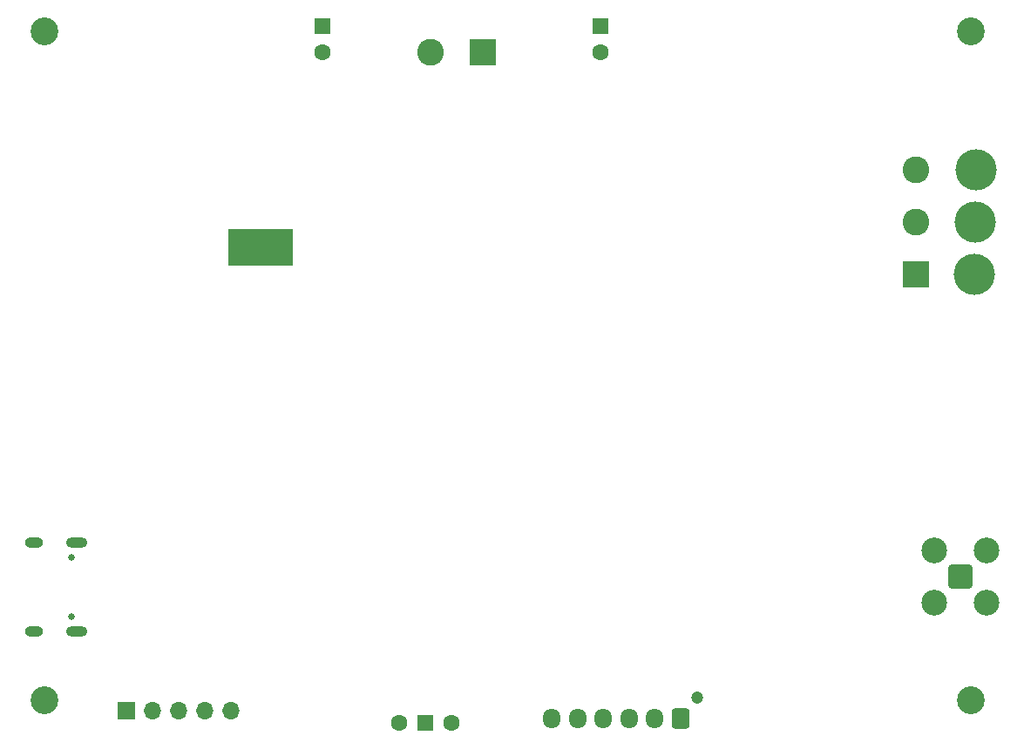
<source format=gbr>
%TF.GenerationSoftware,KiCad,Pcbnew,8.0.2*%
%TF.CreationDate,2024-10-03T19:13:02-03:00*%
%TF.ProjectId,ESCX,45534358-2e6b-4696-9361-645f70636258,rev?*%
%TF.SameCoordinates,Original*%
%TF.FileFunction,Soldermask,Bot*%
%TF.FilePolarity,Negative*%
%FSLAX46Y46*%
G04 Gerber Fmt 4.6, Leading zero omitted, Abs format (unit mm)*
G04 Created by KiCad (PCBNEW 8.0.2) date 2024-10-03 19:13:02*
%MOMM*%
%LPD*%
G01*
G04 APERTURE LIST*
G04 Aperture macros list*
%AMRoundRect*
0 Rectangle with rounded corners*
0 $1 Rounding radius*
0 $2 $3 $4 $5 $6 $7 $8 $9 X,Y pos of 4 corners*
0 Add a 4 corners polygon primitive as box body*
4,1,4,$2,$3,$4,$5,$6,$7,$8,$9,$2,$3,0*
0 Add four circle primitives for the rounded corners*
1,1,$1+$1,$2,$3*
1,1,$1+$1,$4,$5*
1,1,$1+$1,$6,$7*
1,1,$1+$1,$8,$9*
0 Add four rect primitives between the rounded corners*
20,1,$1+$1,$2,$3,$4,$5,0*
20,1,$1+$1,$4,$5,$6,$7,0*
20,1,$1+$1,$6,$7,$8,$9,0*
20,1,$1+$1,$8,$9,$2,$3,0*%
G04 Aperture macros list end*
%ADD10R,2.600000X2.600000*%
%ADD11C,2.600000*%
%ADD12C,2.700000*%
%ADD13RoundRect,0.200100X-0.949900X0.949900X-0.949900X-0.949900X0.949900X-0.949900X0.949900X0.949900X0*%
%ADD14C,2.500000*%
%ADD15R,1.500000X1.500000*%
%ADD16C,1.600000*%
%ADD17R,6.350000X3.610000*%
%ADD18C,1.200000*%
%ADD19RoundRect,0.250000X0.600000X0.725000X-0.600000X0.725000X-0.600000X-0.725000X0.600000X-0.725000X0*%
%ADD20O,1.700000X1.950000*%
%ADD21C,0.650000*%
%ADD22O,2.100000X1.000000*%
%ADD23O,1.800000X1.000000*%
%ADD24R,1.700000X1.700000*%
%ADD25O,1.700000X1.700000*%
%ADD26R,1.600000X1.600000*%
%ADD27C,4.000000*%
G04 APERTURE END LIST*
D10*
%TO.C,J10*%
X188600000Y-87580000D03*
D11*
X188600000Y-82500000D03*
X188600000Y-77420000D03*
%TD*%
D12*
%TO.C,H1*%
X104000000Y-64000000D03*
%TD*%
D13*
%TO.C,J2*%
X193000000Y-117000000D03*
D14*
X195540000Y-114460000D03*
X190460000Y-114460000D03*
X195540000Y-119540000D03*
X190460000Y-119540000D03*
%TD*%
D10*
%TO.C,J11*%
X146545000Y-66000000D03*
D11*
X141465000Y-66000000D03*
%TD*%
D15*
%TO.C,SW1*%
X141000000Y-131200000D03*
D16*
X138460000Y-131200000D03*
X143540000Y-131200000D03*
%TD*%
D17*
%TO.C,U3*%
X125000000Y-85000000D03*
%TD*%
D12*
%TO.C,H2*%
X194000000Y-129000000D03*
%TD*%
D18*
%TO.C,J8*%
X167350000Y-128775000D03*
D19*
X165750000Y-130775000D03*
D20*
X163250000Y-130775000D03*
X160750000Y-130775000D03*
X158250000Y-130775000D03*
X155750000Y-130775000D03*
X153250000Y-130775000D03*
%TD*%
D12*
%TO.C,H4*%
X194000000Y-64000000D03*
%TD*%
D21*
%TO.C,J9*%
X106605000Y-115110000D03*
X106605000Y-120890000D03*
D22*
X107105000Y-113680000D03*
D23*
X102925000Y-113680000D03*
D22*
X107105000Y-122320000D03*
D23*
X102925000Y-122320000D03*
%TD*%
D12*
%TO.C,H3*%
X104000000Y-129000000D03*
%TD*%
D24*
%TO.C,J1*%
X111920000Y-130000000D03*
D25*
X114460000Y-130000000D03*
X117000000Y-130000000D03*
X119540000Y-130000000D03*
X122080000Y-130000000D03*
%TD*%
D26*
%TO.C,C52*%
X158000000Y-63500000D03*
D16*
X158000000Y-66000000D03*
%TD*%
D26*
%TO.C,C53*%
X131000000Y-63500000D03*
D16*
X131000000Y-66000000D03*
%TD*%
D27*
%TO.C,TP2*%
X194400000Y-82500000D03*
%TD*%
%TO.C,TP1*%
X194300000Y-87600000D03*
%TD*%
%TO.C,TP3*%
X194500000Y-77400000D03*
%TD*%
M02*

</source>
